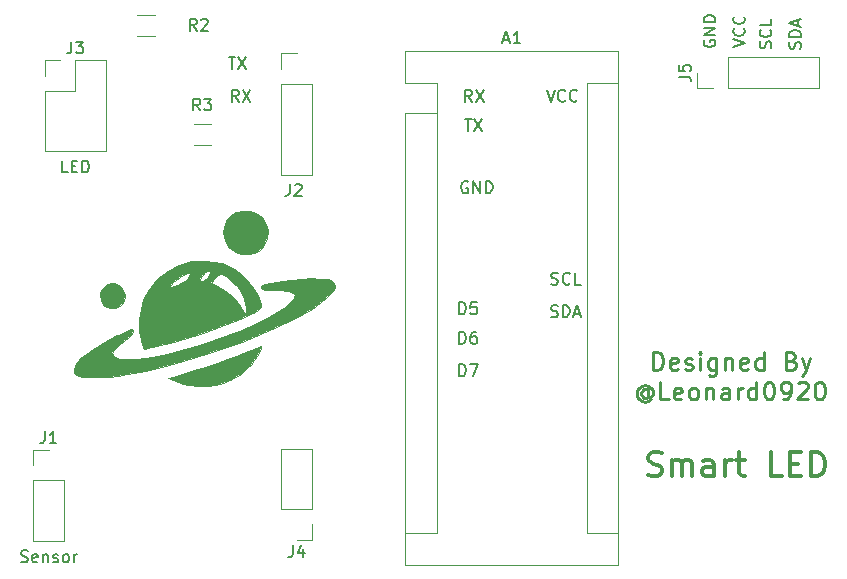
<source format=gto>
%TF.GenerationSoftware,KiCad,Pcbnew,(5.1.9)-1*%
%TF.CreationDate,2021-01-22T19:23:28+08:00*%
%TF.ProjectId,SmartLight,536d6172-744c-4696-9768-742e6b696361,rev?*%
%TF.SameCoordinates,Original*%
%TF.FileFunction,Legend,Top*%
%TF.FilePolarity,Positive*%
%FSLAX46Y46*%
G04 Gerber Fmt 4.6, Leading zero omitted, Abs format (unit mm)*
G04 Created by KiCad (PCBNEW (5.1.9)-1) date 2021-01-22 19:23:28*
%MOMM*%
%LPD*%
G01*
G04 APERTURE LIST*
%ADD10C,0.150000*%
%ADD11C,0.300000*%
%ADD12C,0.250000*%
%ADD13C,0.010000*%
%ADD14C,0.120000*%
G04 APERTURE END LIST*
D10*
X93666666Y-106154761D02*
X93809523Y-106202380D01*
X94047619Y-106202380D01*
X94142857Y-106154761D01*
X94190476Y-106107142D01*
X94238095Y-106011904D01*
X94238095Y-105916666D01*
X94190476Y-105821428D01*
X94142857Y-105773809D01*
X94047619Y-105726190D01*
X93857142Y-105678571D01*
X93761904Y-105630952D01*
X93714285Y-105583333D01*
X93666666Y-105488095D01*
X93666666Y-105392857D01*
X93714285Y-105297619D01*
X93761904Y-105250000D01*
X93857142Y-105202380D01*
X94095238Y-105202380D01*
X94238095Y-105250000D01*
X95047619Y-106154761D02*
X94952380Y-106202380D01*
X94761904Y-106202380D01*
X94666666Y-106154761D01*
X94619047Y-106059523D01*
X94619047Y-105678571D01*
X94666666Y-105583333D01*
X94761904Y-105535714D01*
X94952380Y-105535714D01*
X95047619Y-105583333D01*
X95095238Y-105678571D01*
X95095238Y-105773809D01*
X94619047Y-105869047D01*
X95523809Y-105535714D02*
X95523809Y-106202380D01*
X95523809Y-105630952D02*
X95571428Y-105583333D01*
X95666666Y-105535714D01*
X95809523Y-105535714D01*
X95904761Y-105583333D01*
X95952380Y-105678571D01*
X95952380Y-106202380D01*
X96380952Y-106154761D02*
X96476190Y-106202380D01*
X96666666Y-106202380D01*
X96761904Y-106154761D01*
X96809523Y-106059523D01*
X96809523Y-106011904D01*
X96761904Y-105916666D01*
X96666666Y-105869047D01*
X96523809Y-105869047D01*
X96428571Y-105821428D01*
X96380952Y-105726190D01*
X96380952Y-105678571D01*
X96428571Y-105583333D01*
X96523809Y-105535714D01*
X96666666Y-105535714D01*
X96761904Y-105583333D01*
X97380952Y-106202380D02*
X97285714Y-106154761D01*
X97238095Y-106107142D01*
X97190476Y-106011904D01*
X97190476Y-105726190D01*
X97238095Y-105630952D01*
X97285714Y-105583333D01*
X97380952Y-105535714D01*
X97523809Y-105535714D01*
X97619047Y-105583333D01*
X97666666Y-105630952D01*
X97714285Y-105726190D01*
X97714285Y-106011904D01*
X97666666Y-106107142D01*
X97619047Y-106154761D01*
X97523809Y-106202380D01*
X97380952Y-106202380D01*
X98142857Y-106202380D02*
X98142857Y-105535714D01*
X98142857Y-105726190D02*
X98190476Y-105630952D01*
X98238095Y-105583333D01*
X98333333Y-105535714D01*
X98428571Y-105535714D01*
X97607142Y-73202380D02*
X97130952Y-73202380D01*
X97130952Y-72202380D01*
X97940476Y-72678571D02*
X98273809Y-72678571D01*
X98416666Y-73202380D02*
X97940476Y-73202380D01*
X97940476Y-72202380D01*
X98416666Y-72202380D01*
X98845238Y-73202380D02*
X98845238Y-72202380D01*
X99083333Y-72202380D01*
X99226190Y-72250000D01*
X99321428Y-72345238D01*
X99369047Y-72440476D01*
X99416666Y-72630952D01*
X99416666Y-72773809D01*
X99369047Y-72964285D01*
X99321428Y-73059523D01*
X99226190Y-73154761D01*
X99083333Y-73202380D01*
X98845238Y-73202380D01*
X151500000Y-62011904D02*
X151452380Y-62107142D01*
X151452380Y-62250000D01*
X151500000Y-62392857D01*
X151595238Y-62488095D01*
X151690476Y-62535714D01*
X151880952Y-62583333D01*
X152023809Y-62583333D01*
X152214285Y-62535714D01*
X152309523Y-62488095D01*
X152404761Y-62392857D01*
X152452380Y-62250000D01*
X152452380Y-62154761D01*
X152404761Y-62011904D01*
X152357142Y-61964285D01*
X152023809Y-61964285D01*
X152023809Y-62154761D01*
X152452380Y-61535714D02*
X151452380Y-61535714D01*
X152452380Y-60964285D01*
X151452380Y-60964285D01*
X152452380Y-60488095D02*
X151452380Y-60488095D01*
X151452380Y-60250000D01*
X151500000Y-60107142D01*
X151595238Y-60011904D01*
X151690476Y-59964285D01*
X151880952Y-59916666D01*
X152023809Y-59916666D01*
X152214285Y-59964285D01*
X152309523Y-60011904D01*
X152404761Y-60107142D01*
X152452380Y-60250000D01*
X152452380Y-60488095D01*
X153952380Y-62583333D02*
X154952380Y-62250000D01*
X153952380Y-61916666D01*
X154857142Y-61011904D02*
X154904761Y-61059523D01*
X154952380Y-61202380D01*
X154952380Y-61297619D01*
X154904761Y-61440476D01*
X154809523Y-61535714D01*
X154714285Y-61583333D01*
X154523809Y-61630952D01*
X154380952Y-61630952D01*
X154190476Y-61583333D01*
X154095238Y-61535714D01*
X154000000Y-61440476D01*
X153952380Y-61297619D01*
X153952380Y-61202380D01*
X154000000Y-61059523D01*
X154047619Y-61011904D01*
X154857142Y-60011904D02*
X154904761Y-60059523D01*
X154952380Y-60202380D01*
X154952380Y-60297619D01*
X154904761Y-60440476D01*
X154809523Y-60535714D01*
X154714285Y-60583333D01*
X154523809Y-60630952D01*
X154380952Y-60630952D01*
X154190476Y-60583333D01*
X154095238Y-60535714D01*
X154000000Y-60440476D01*
X153952380Y-60297619D01*
X153952380Y-60202380D01*
X154000000Y-60059523D01*
X154047619Y-60011904D01*
X138166666Y-66202380D02*
X138500000Y-67202380D01*
X138833333Y-66202380D01*
X139738095Y-67107142D02*
X139690476Y-67154761D01*
X139547619Y-67202380D01*
X139452380Y-67202380D01*
X139309523Y-67154761D01*
X139214285Y-67059523D01*
X139166666Y-66964285D01*
X139119047Y-66773809D01*
X139119047Y-66630952D01*
X139166666Y-66440476D01*
X139214285Y-66345238D01*
X139309523Y-66250000D01*
X139452380Y-66202380D01*
X139547619Y-66202380D01*
X139690476Y-66250000D01*
X139738095Y-66297619D01*
X140738095Y-67107142D02*
X140690476Y-67154761D01*
X140547619Y-67202380D01*
X140452380Y-67202380D01*
X140309523Y-67154761D01*
X140214285Y-67059523D01*
X140166666Y-66964285D01*
X140119047Y-66773809D01*
X140119047Y-66630952D01*
X140166666Y-66440476D01*
X140214285Y-66345238D01*
X140309523Y-66250000D01*
X140452380Y-66202380D01*
X140547619Y-66202380D01*
X140690476Y-66250000D01*
X140738095Y-66297619D01*
X159654761Y-62714285D02*
X159702380Y-62571428D01*
X159702380Y-62333333D01*
X159654761Y-62238095D01*
X159607142Y-62190476D01*
X159511904Y-62142857D01*
X159416666Y-62142857D01*
X159321428Y-62190476D01*
X159273809Y-62238095D01*
X159226190Y-62333333D01*
X159178571Y-62523809D01*
X159130952Y-62619047D01*
X159083333Y-62666666D01*
X158988095Y-62714285D01*
X158892857Y-62714285D01*
X158797619Y-62666666D01*
X158750000Y-62619047D01*
X158702380Y-62523809D01*
X158702380Y-62285714D01*
X158750000Y-62142857D01*
X159702380Y-61714285D02*
X158702380Y-61714285D01*
X158702380Y-61476190D01*
X158750000Y-61333333D01*
X158845238Y-61238095D01*
X158940476Y-61190476D01*
X159130952Y-61142857D01*
X159273809Y-61142857D01*
X159464285Y-61190476D01*
X159559523Y-61238095D01*
X159654761Y-61333333D01*
X159702380Y-61476190D01*
X159702380Y-61714285D01*
X159416666Y-60761904D02*
X159416666Y-60285714D01*
X159702380Y-60857142D02*
X158702380Y-60523809D01*
X159702380Y-60190476D01*
X157154761Y-62690476D02*
X157202380Y-62547619D01*
X157202380Y-62309523D01*
X157154761Y-62214285D01*
X157107142Y-62166666D01*
X157011904Y-62119047D01*
X156916666Y-62119047D01*
X156821428Y-62166666D01*
X156773809Y-62214285D01*
X156726190Y-62309523D01*
X156678571Y-62500000D01*
X156630952Y-62595238D01*
X156583333Y-62642857D01*
X156488095Y-62690476D01*
X156392857Y-62690476D01*
X156297619Y-62642857D01*
X156250000Y-62595238D01*
X156202380Y-62500000D01*
X156202380Y-62261904D01*
X156250000Y-62119047D01*
X157107142Y-61119047D02*
X157154761Y-61166666D01*
X157202380Y-61309523D01*
X157202380Y-61404761D01*
X157154761Y-61547619D01*
X157059523Y-61642857D01*
X156964285Y-61690476D01*
X156773809Y-61738095D01*
X156630952Y-61738095D01*
X156440476Y-61690476D01*
X156345238Y-61642857D01*
X156250000Y-61547619D01*
X156202380Y-61404761D01*
X156202380Y-61309523D01*
X156250000Y-61166666D01*
X156297619Y-61119047D01*
X157202380Y-60214285D02*
X157202380Y-60690476D01*
X156202380Y-60690476D01*
X112083333Y-67202380D02*
X111750000Y-66726190D01*
X111511904Y-67202380D02*
X111511904Y-66202380D01*
X111892857Y-66202380D01*
X111988095Y-66250000D01*
X112035714Y-66297619D01*
X112083333Y-66392857D01*
X112083333Y-66535714D01*
X112035714Y-66630952D01*
X111988095Y-66678571D01*
X111892857Y-66726190D01*
X111511904Y-66726190D01*
X112416666Y-66202380D02*
X113083333Y-67202380D01*
X113083333Y-66202380D02*
X112416666Y-67202380D01*
X111238095Y-63452380D02*
X111809523Y-63452380D01*
X111523809Y-64452380D02*
X111523809Y-63452380D01*
X112047619Y-63452380D02*
X112714285Y-64452380D01*
X112714285Y-63452380D02*
X112047619Y-64452380D01*
X130761904Y-90452380D02*
X130761904Y-89452380D01*
X131000000Y-89452380D01*
X131142857Y-89500000D01*
X131238095Y-89595238D01*
X131285714Y-89690476D01*
X131333333Y-89880952D01*
X131333333Y-90023809D01*
X131285714Y-90214285D01*
X131238095Y-90309523D01*
X131142857Y-90404761D01*
X131000000Y-90452380D01*
X130761904Y-90452380D01*
X131666666Y-89452380D02*
X132333333Y-89452380D01*
X131904761Y-90452380D01*
X130761904Y-87702380D02*
X130761904Y-86702380D01*
X131000000Y-86702380D01*
X131142857Y-86750000D01*
X131238095Y-86845238D01*
X131285714Y-86940476D01*
X131333333Y-87130952D01*
X131333333Y-87273809D01*
X131285714Y-87464285D01*
X131238095Y-87559523D01*
X131142857Y-87654761D01*
X131000000Y-87702380D01*
X130761904Y-87702380D01*
X132190476Y-86702380D02*
X132000000Y-86702380D01*
X131904761Y-86750000D01*
X131857142Y-86797619D01*
X131761904Y-86940476D01*
X131714285Y-87130952D01*
X131714285Y-87511904D01*
X131761904Y-87607142D01*
X131809523Y-87654761D01*
X131904761Y-87702380D01*
X132095238Y-87702380D01*
X132190476Y-87654761D01*
X132238095Y-87607142D01*
X132285714Y-87511904D01*
X132285714Y-87273809D01*
X132238095Y-87178571D01*
X132190476Y-87130952D01*
X132095238Y-87083333D01*
X131904761Y-87083333D01*
X131809523Y-87130952D01*
X131761904Y-87178571D01*
X131714285Y-87273809D01*
X130761904Y-85202380D02*
X130761904Y-84202380D01*
X131000000Y-84202380D01*
X131142857Y-84250000D01*
X131238095Y-84345238D01*
X131285714Y-84440476D01*
X131333333Y-84630952D01*
X131333333Y-84773809D01*
X131285714Y-84964285D01*
X131238095Y-85059523D01*
X131142857Y-85154761D01*
X131000000Y-85202380D01*
X130761904Y-85202380D01*
X132238095Y-84202380D02*
X131761904Y-84202380D01*
X131714285Y-84678571D01*
X131761904Y-84630952D01*
X131857142Y-84583333D01*
X132095238Y-84583333D01*
X132190476Y-84630952D01*
X132238095Y-84678571D01*
X132285714Y-84773809D01*
X132285714Y-85011904D01*
X132238095Y-85107142D01*
X132190476Y-85154761D01*
X132095238Y-85202380D01*
X131857142Y-85202380D01*
X131761904Y-85154761D01*
X131714285Y-85107142D01*
X138535714Y-85404761D02*
X138678571Y-85452380D01*
X138916666Y-85452380D01*
X139011904Y-85404761D01*
X139059523Y-85357142D01*
X139107142Y-85261904D01*
X139107142Y-85166666D01*
X139059523Y-85071428D01*
X139011904Y-85023809D01*
X138916666Y-84976190D01*
X138726190Y-84928571D01*
X138630952Y-84880952D01*
X138583333Y-84833333D01*
X138535714Y-84738095D01*
X138535714Y-84642857D01*
X138583333Y-84547619D01*
X138630952Y-84500000D01*
X138726190Y-84452380D01*
X138964285Y-84452380D01*
X139107142Y-84500000D01*
X139535714Y-85452380D02*
X139535714Y-84452380D01*
X139773809Y-84452380D01*
X139916666Y-84500000D01*
X140011904Y-84595238D01*
X140059523Y-84690476D01*
X140107142Y-84880952D01*
X140107142Y-85023809D01*
X140059523Y-85214285D01*
X140011904Y-85309523D01*
X139916666Y-85404761D01*
X139773809Y-85452380D01*
X139535714Y-85452380D01*
X140488095Y-85166666D02*
X140964285Y-85166666D01*
X140392857Y-85452380D02*
X140726190Y-84452380D01*
X141059523Y-85452380D01*
X138559523Y-82654761D02*
X138702380Y-82702380D01*
X138940476Y-82702380D01*
X139035714Y-82654761D01*
X139083333Y-82607142D01*
X139130952Y-82511904D01*
X139130952Y-82416666D01*
X139083333Y-82321428D01*
X139035714Y-82273809D01*
X138940476Y-82226190D01*
X138750000Y-82178571D01*
X138654761Y-82130952D01*
X138607142Y-82083333D01*
X138559523Y-81988095D01*
X138559523Y-81892857D01*
X138607142Y-81797619D01*
X138654761Y-81750000D01*
X138750000Y-81702380D01*
X138988095Y-81702380D01*
X139130952Y-81750000D01*
X140130952Y-82607142D02*
X140083333Y-82654761D01*
X139940476Y-82702380D01*
X139845238Y-82702380D01*
X139702380Y-82654761D01*
X139607142Y-82559523D01*
X139559523Y-82464285D01*
X139511904Y-82273809D01*
X139511904Y-82130952D01*
X139559523Y-81940476D01*
X139607142Y-81845238D01*
X139702380Y-81750000D01*
X139845238Y-81702380D01*
X139940476Y-81702380D01*
X140083333Y-81750000D01*
X140130952Y-81797619D01*
X141035714Y-82702380D02*
X140559523Y-82702380D01*
X140559523Y-81702380D01*
X131488095Y-74000000D02*
X131392857Y-73952380D01*
X131250000Y-73952380D01*
X131107142Y-74000000D01*
X131011904Y-74095238D01*
X130964285Y-74190476D01*
X130916666Y-74380952D01*
X130916666Y-74523809D01*
X130964285Y-74714285D01*
X131011904Y-74809523D01*
X131107142Y-74904761D01*
X131250000Y-74952380D01*
X131345238Y-74952380D01*
X131488095Y-74904761D01*
X131535714Y-74857142D01*
X131535714Y-74523809D01*
X131345238Y-74523809D01*
X131964285Y-74952380D02*
X131964285Y-73952380D01*
X132535714Y-74952380D01*
X132535714Y-73952380D01*
X133011904Y-74952380D02*
X133011904Y-73952380D01*
X133250000Y-73952380D01*
X133392857Y-74000000D01*
X133488095Y-74095238D01*
X133535714Y-74190476D01*
X133583333Y-74380952D01*
X133583333Y-74523809D01*
X133535714Y-74714285D01*
X133488095Y-74809523D01*
X133392857Y-74904761D01*
X133250000Y-74952380D01*
X133011904Y-74952380D01*
X131238095Y-68702380D02*
X131809523Y-68702380D01*
X131523809Y-69702380D02*
X131523809Y-68702380D01*
X132047619Y-68702380D02*
X132714285Y-69702380D01*
X132714285Y-68702380D02*
X132047619Y-69702380D01*
X131833333Y-67202380D02*
X131500000Y-66726190D01*
X131261904Y-67202380D02*
X131261904Y-66202380D01*
X131642857Y-66202380D01*
X131738095Y-66250000D01*
X131785714Y-66297619D01*
X131833333Y-66392857D01*
X131833333Y-66535714D01*
X131785714Y-66630952D01*
X131738095Y-66678571D01*
X131642857Y-66726190D01*
X131261904Y-66726190D01*
X132166666Y-66202380D02*
X132833333Y-67202380D01*
X132833333Y-66202380D02*
X132166666Y-67202380D01*
D11*
X146773809Y-98809523D02*
X147059523Y-98904761D01*
X147535714Y-98904761D01*
X147726190Y-98809523D01*
X147821428Y-98714285D01*
X147916666Y-98523809D01*
X147916666Y-98333333D01*
X147821428Y-98142857D01*
X147726190Y-98047619D01*
X147535714Y-97952380D01*
X147154761Y-97857142D01*
X146964285Y-97761904D01*
X146869047Y-97666666D01*
X146773809Y-97476190D01*
X146773809Y-97285714D01*
X146869047Y-97095238D01*
X146964285Y-97000000D01*
X147154761Y-96904761D01*
X147630952Y-96904761D01*
X147916666Y-97000000D01*
X148773809Y-98904761D02*
X148773809Y-97571428D01*
X148773809Y-97761904D02*
X148869047Y-97666666D01*
X149059523Y-97571428D01*
X149345238Y-97571428D01*
X149535714Y-97666666D01*
X149630952Y-97857142D01*
X149630952Y-98904761D01*
X149630952Y-97857142D02*
X149726190Y-97666666D01*
X149916666Y-97571428D01*
X150202380Y-97571428D01*
X150392857Y-97666666D01*
X150488095Y-97857142D01*
X150488095Y-98904761D01*
X152297619Y-98904761D02*
X152297619Y-97857142D01*
X152202380Y-97666666D01*
X152011904Y-97571428D01*
X151630952Y-97571428D01*
X151440476Y-97666666D01*
X152297619Y-98809523D02*
X152107142Y-98904761D01*
X151630952Y-98904761D01*
X151440476Y-98809523D01*
X151345238Y-98619047D01*
X151345238Y-98428571D01*
X151440476Y-98238095D01*
X151630952Y-98142857D01*
X152107142Y-98142857D01*
X152297619Y-98047619D01*
X153250000Y-98904761D02*
X153250000Y-97571428D01*
X153250000Y-97952380D02*
X153345238Y-97761904D01*
X153440476Y-97666666D01*
X153630952Y-97571428D01*
X153821428Y-97571428D01*
X154202380Y-97571428D02*
X154964285Y-97571428D01*
X154488095Y-96904761D02*
X154488095Y-98619047D01*
X154583333Y-98809523D01*
X154773809Y-98904761D01*
X154964285Y-98904761D01*
X158107142Y-98904761D02*
X157154761Y-98904761D01*
X157154761Y-96904761D01*
X158773809Y-97857142D02*
X159440476Y-97857142D01*
X159726190Y-98904761D02*
X158773809Y-98904761D01*
X158773809Y-96904761D01*
X159726190Y-96904761D01*
X160583333Y-98904761D02*
X160583333Y-96904761D01*
X161059523Y-96904761D01*
X161345238Y-97000000D01*
X161535714Y-97190476D01*
X161630952Y-97380952D01*
X161726190Y-97761904D01*
X161726190Y-98047619D01*
X161630952Y-98428571D01*
X161535714Y-98619047D01*
X161345238Y-98809523D01*
X161059523Y-98904761D01*
X160583333Y-98904761D01*
D12*
X147178571Y-89928571D02*
X147178571Y-88428571D01*
X147535714Y-88428571D01*
X147750000Y-88500000D01*
X147892857Y-88642857D01*
X147964285Y-88785714D01*
X148035714Y-89071428D01*
X148035714Y-89285714D01*
X147964285Y-89571428D01*
X147892857Y-89714285D01*
X147750000Y-89857142D01*
X147535714Y-89928571D01*
X147178571Y-89928571D01*
X149250000Y-89857142D02*
X149107142Y-89928571D01*
X148821428Y-89928571D01*
X148678571Y-89857142D01*
X148607142Y-89714285D01*
X148607142Y-89142857D01*
X148678571Y-89000000D01*
X148821428Y-88928571D01*
X149107142Y-88928571D01*
X149250000Y-89000000D01*
X149321428Y-89142857D01*
X149321428Y-89285714D01*
X148607142Y-89428571D01*
X149892857Y-89857142D02*
X150035714Y-89928571D01*
X150321428Y-89928571D01*
X150464285Y-89857142D01*
X150535714Y-89714285D01*
X150535714Y-89642857D01*
X150464285Y-89500000D01*
X150321428Y-89428571D01*
X150107142Y-89428571D01*
X149964285Y-89357142D01*
X149892857Y-89214285D01*
X149892857Y-89142857D01*
X149964285Y-89000000D01*
X150107142Y-88928571D01*
X150321428Y-88928571D01*
X150464285Y-89000000D01*
X151178571Y-89928571D02*
X151178571Y-88928571D01*
X151178571Y-88428571D02*
X151107142Y-88500000D01*
X151178571Y-88571428D01*
X151250000Y-88500000D01*
X151178571Y-88428571D01*
X151178571Y-88571428D01*
X152535714Y-88928571D02*
X152535714Y-90142857D01*
X152464285Y-90285714D01*
X152392857Y-90357142D01*
X152250000Y-90428571D01*
X152035714Y-90428571D01*
X151892857Y-90357142D01*
X152535714Y-89857142D02*
X152392857Y-89928571D01*
X152107142Y-89928571D01*
X151964285Y-89857142D01*
X151892857Y-89785714D01*
X151821428Y-89642857D01*
X151821428Y-89214285D01*
X151892857Y-89071428D01*
X151964285Y-89000000D01*
X152107142Y-88928571D01*
X152392857Y-88928571D01*
X152535714Y-89000000D01*
X153250000Y-88928571D02*
X153250000Y-89928571D01*
X153250000Y-89071428D02*
X153321428Y-89000000D01*
X153464285Y-88928571D01*
X153678571Y-88928571D01*
X153821428Y-89000000D01*
X153892857Y-89142857D01*
X153892857Y-89928571D01*
X155178571Y-89857142D02*
X155035714Y-89928571D01*
X154750000Y-89928571D01*
X154607142Y-89857142D01*
X154535714Y-89714285D01*
X154535714Y-89142857D01*
X154607142Y-89000000D01*
X154750000Y-88928571D01*
X155035714Y-88928571D01*
X155178571Y-89000000D01*
X155250000Y-89142857D01*
X155250000Y-89285714D01*
X154535714Y-89428571D01*
X156535714Y-89928571D02*
X156535714Y-88428571D01*
X156535714Y-89857142D02*
X156392857Y-89928571D01*
X156107142Y-89928571D01*
X155964285Y-89857142D01*
X155892857Y-89785714D01*
X155821428Y-89642857D01*
X155821428Y-89214285D01*
X155892857Y-89071428D01*
X155964285Y-89000000D01*
X156107142Y-88928571D01*
X156392857Y-88928571D01*
X156535714Y-89000000D01*
X158892857Y-89142857D02*
X159107142Y-89214285D01*
X159178571Y-89285714D01*
X159250000Y-89428571D01*
X159250000Y-89642857D01*
X159178571Y-89785714D01*
X159107142Y-89857142D01*
X158964285Y-89928571D01*
X158392857Y-89928571D01*
X158392857Y-88428571D01*
X158892857Y-88428571D01*
X159035714Y-88500000D01*
X159107142Y-88571428D01*
X159178571Y-88714285D01*
X159178571Y-88857142D01*
X159107142Y-89000000D01*
X159035714Y-89071428D01*
X158892857Y-89142857D01*
X158392857Y-89142857D01*
X159750000Y-88928571D02*
X160107142Y-89928571D01*
X160464285Y-88928571D02*
X160107142Y-89928571D01*
X159964285Y-90285714D01*
X159892857Y-90357142D01*
X159750000Y-90428571D01*
X146785714Y-91714285D02*
X146714285Y-91642857D01*
X146571428Y-91571428D01*
X146428571Y-91571428D01*
X146285714Y-91642857D01*
X146214285Y-91714285D01*
X146142857Y-91857142D01*
X146142857Y-92000000D01*
X146214285Y-92142857D01*
X146285714Y-92214285D01*
X146428571Y-92285714D01*
X146571428Y-92285714D01*
X146714285Y-92214285D01*
X146785714Y-92142857D01*
X146785714Y-91571428D02*
X146785714Y-92142857D01*
X146857142Y-92214285D01*
X146928571Y-92214285D01*
X147071428Y-92142857D01*
X147142857Y-92000000D01*
X147142857Y-91642857D01*
X147000000Y-91428571D01*
X146785714Y-91285714D01*
X146500000Y-91214285D01*
X146214285Y-91285714D01*
X146000000Y-91428571D01*
X145857142Y-91642857D01*
X145785714Y-91928571D01*
X145857142Y-92214285D01*
X146000000Y-92428571D01*
X146214285Y-92571428D01*
X146500000Y-92642857D01*
X146785714Y-92571428D01*
X147000000Y-92428571D01*
X148500000Y-92428571D02*
X147785714Y-92428571D01*
X147785714Y-90928571D01*
X149571428Y-92357142D02*
X149428571Y-92428571D01*
X149142857Y-92428571D01*
X149000000Y-92357142D01*
X148928571Y-92214285D01*
X148928571Y-91642857D01*
X149000000Y-91500000D01*
X149142857Y-91428571D01*
X149428571Y-91428571D01*
X149571428Y-91500000D01*
X149642857Y-91642857D01*
X149642857Y-91785714D01*
X148928571Y-91928571D01*
X150500000Y-92428571D02*
X150357142Y-92357142D01*
X150285714Y-92285714D01*
X150214285Y-92142857D01*
X150214285Y-91714285D01*
X150285714Y-91571428D01*
X150357142Y-91500000D01*
X150500000Y-91428571D01*
X150714285Y-91428571D01*
X150857142Y-91500000D01*
X150928571Y-91571428D01*
X151000000Y-91714285D01*
X151000000Y-92142857D01*
X150928571Y-92285714D01*
X150857142Y-92357142D01*
X150714285Y-92428571D01*
X150500000Y-92428571D01*
X151642857Y-91428571D02*
X151642857Y-92428571D01*
X151642857Y-91571428D02*
X151714285Y-91500000D01*
X151857142Y-91428571D01*
X152071428Y-91428571D01*
X152214285Y-91500000D01*
X152285714Y-91642857D01*
X152285714Y-92428571D01*
X153642857Y-92428571D02*
X153642857Y-91642857D01*
X153571428Y-91500000D01*
X153428571Y-91428571D01*
X153142857Y-91428571D01*
X153000000Y-91500000D01*
X153642857Y-92357142D02*
X153500000Y-92428571D01*
X153142857Y-92428571D01*
X153000000Y-92357142D01*
X152928571Y-92214285D01*
X152928571Y-92071428D01*
X153000000Y-91928571D01*
X153142857Y-91857142D01*
X153500000Y-91857142D01*
X153642857Y-91785714D01*
X154357142Y-92428571D02*
X154357142Y-91428571D01*
X154357142Y-91714285D02*
X154428571Y-91571428D01*
X154500000Y-91500000D01*
X154642857Y-91428571D01*
X154785714Y-91428571D01*
X155928571Y-92428571D02*
X155928571Y-90928571D01*
X155928571Y-92357142D02*
X155785714Y-92428571D01*
X155500000Y-92428571D01*
X155357142Y-92357142D01*
X155285714Y-92285714D01*
X155214285Y-92142857D01*
X155214285Y-91714285D01*
X155285714Y-91571428D01*
X155357142Y-91500000D01*
X155500000Y-91428571D01*
X155785714Y-91428571D01*
X155928571Y-91500000D01*
X156928571Y-90928571D02*
X157071428Y-90928571D01*
X157214285Y-91000000D01*
X157285714Y-91071428D01*
X157357142Y-91214285D01*
X157428571Y-91500000D01*
X157428571Y-91857142D01*
X157357142Y-92142857D01*
X157285714Y-92285714D01*
X157214285Y-92357142D01*
X157071428Y-92428571D01*
X156928571Y-92428571D01*
X156785714Y-92357142D01*
X156714285Y-92285714D01*
X156642857Y-92142857D01*
X156571428Y-91857142D01*
X156571428Y-91500000D01*
X156642857Y-91214285D01*
X156714285Y-91071428D01*
X156785714Y-91000000D01*
X156928571Y-90928571D01*
X158142857Y-92428571D02*
X158428571Y-92428571D01*
X158571428Y-92357142D01*
X158642857Y-92285714D01*
X158785714Y-92071428D01*
X158857142Y-91785714D01*
X158857142Y-91214285D01*
X158785714Y-91071428D01*
X158714285Y-91000000D01*
X158571428Y-90928571D01*
X158285714Y-90928571D01*
X158142857Y-91000000D01*
X158071428Y-91071428D01*
X158000000Y-91214285D01*
X158000000Y-91571428D01*
X158071428Y-91714285D01*
X158142857Y-91785714D01*
X158285714Y-91857142D01*
X158571428Y-91857142D01*
X158714285Y-91785714D01*
X158785714Y-91714285D01*
X158857142Y-91571428D01*
X159428571Y-91071428D02*
X159500000Y-91000000D01*
X159642857Y-90928571D01*
X160000000Y-90928571D01*
X160142857Y-91000000D01*
X160214285Y-91071428D01*
X160285714Y-91214285D01*
X160285714Y-91357142D01*
X160214285Y-91571428D01*
X159357142Y-92428571D01*
X160285714Y-92428571D01*
X161214285Y-90928571D02*
X161357142Y-90928571D01*
X161500000Y-91000000D01*
X161571428Y-91071428D01*
X161642857Y-91214285D01*
X161714285Y-91500000D01*
X161714285Y-91857142D01*
X161642857Y-92142857D01*
X161571428Y-92285714D01*
X161500000Y-92357142D01*
X161357142Y-92428571D01*
X161214285Y-92428571D01*
X161071428Y-92357142D01*
X161000000Y-92285714D01*
X160928571Y-92142857D01*
X160857142Y-91857142D01*
X160857142Y-91500000D01*
X160928571Y-91214285D01*
X161000000Y-91071428D01*
X161071428Y-91000000D01*
X161214285Y-90928571D01*
D13*
%TO.C,G\u002A\u002A\u002A*%
G36*
X113569391Y-76599759D02*
G01*
X114036821Y-76936943D01*
X114344516Y-77384432D01*
X114543188Y-78069644D01*
X114493955Y-78738238D01*
X114202626Y-79361533D01*
X113865827Y-79748021D01*
X113438434Y-79996086D01*
X112883252Y-80116322D01*
X112295346Y-80102765D01*
X111769782Y-79949455D01*
X111656110Y-79886615D01*
X111225932Y-79480100D01*
X110926174Y-78924880D01*
X110794888Y-78308858D01*
X110813793Y-77940746D01*
X111022635Y-77355300D01*
X111396872Y-76904356D01*
X111887584Y-76595622D01*
X112445854Y-76436806D01*
X113022762Y-76435615D01*
X113569391Y-76599759D01*
G37*
X113569391Y-76599759D02*
X114036821Y-76936943D01*
X114344516Y-77384432D01*
X114543188Y-78069644D01*
X114493955Y-78738238D01*
X114202626Y-79361533D01*
X113865827Y-79748021D01*
X113438434Y-79996086D01*
X112883252Y-80116322D01*
X112295346Y-80102765D01*
X111769782Y-79949455D01*
X111656110Y-79886615D01*
X111225932Y-79480100D01*
X110926174Y-78924880D01*
X110794888Y-78308858D01*
X110813793Y-77940746D01*
X111022635Y-77355300D01*
X111396872Y-76904356D01*
X111887584Y-76595622D01*
X112445854Y-76436806D01*
X113022762Y-76435615D01*
X113569391Y-76599759D01*
G36*
X101805836Y-82659628D02*
G01*
X102132158Y-82935986D01*
X102383204Y-83300285D01*
X102488793Y-83673738D01*
X102489000Y-83689003D01*
X102379240Y-84128725D01*
X102093191Y-84463628D01*
X101695697Y-84668708D01*
X101251605Y-84718958D01*
X100825759Y-84589375D01*
X100606137Y-84415064D01*
X100401054Y-84047141D01*
X100334135Y-83597253D01*
X100414949Y-83180901D01*
X100492789Y-83046994D01*
X100845758Y-82746884D01*
X101290659Y-82570036D01*
X101474420Y-82550000D01*
X101805836Y-82659628D01*
G37*
X101805836Y-82659628D02*
X102132158Y-82935986D01*
X102383204Y-83300285D01*
X102488793Y-83673738D01*
X102489000Y-83689003D01*
X102379240Y-84128725D01*
X102093191Y-84463628D01*
X101695697Y-84668708D01*
X101251605Y-84718958D01*
X100825759Y-84589375D01*
X100606137Y-84415064D01*
X100401054Y-84047141D01*
X100334135Y-83597253D01*
X100414949Y-83180901D01*
X100492789Y-83046994D01*
X100845758Y-82746884D01*
X101290659Y-82570036D01*
X101474420Y-82550000D01*
X101805836Y-82659628D01*
G36*
X109326166Y-80675939D02*
G01*
X109990666Y-80756246D01*
X110650676Y-80898412D01*
X111034141Y-81019893D01*
X111827645Y-81440332D01*
X112573202Y-82049134D01*
X113218996Y-82787859D01*
X113713210Y-83598069D01*
X113988354Y-84351662D01*
X114012866Y-84561236D01*
X113931855Y-84716383D01*
X113696561Y-84876616D01*
X113454487Y-85003266D01*
X112227368Y-85575340D01*
X110819939Y-86150739D01*
X109304216Y-86703680D01*
X107752217Y-87208375D01*
X106235957Y-87639041D01*
X105749669Y-87761995D01*
X105155181Y-87905402D01*
X104651453Y-88023603D01*
X104289099Y-88104954D01*
X104118732Y-88137814D01*
X104114983Y-88138000D01*
X104031966Y-88026458D01*
X103913441Y-87737156D01*
X103810943Y-87418541D01*
X103669735Y-86597931D01*
X103668643Y-85670413D01*
X103801749Y-84736902D01*
X104009701Y-84030353D01*
X104518128Y-83044631D01*
X104661591Y-82871387D01*
X106234247Y-82871387D01*
X106290524Y-82903955D01*
X106322806Y-82894126D01*
X106583609Y-82811027D01*
X106950470Y-82704134D01*
X107021306Y-82684409D01*
X107206432Y-82587881D01*
X109743658Y-82587881D01*
X110466079Y-82930796D01*
X111089412Y-83311555D01*
X111678580Y-83820929D01*
X112157985Y-84385645D01*
X112403106Y-84808323D01*
X112574575Y-85123324D01*
X112693499Y-85195817D01*
X112749491Y-85033773D01*
X112732168Y-84645159D01*
X112722043Y-84563575D01*
X112494628Y-83698583D01*
X112049765Y-82939882D01*
X111375845Y-82270160D01*
X111001491Y-81997692D01*
X110633573Y-81817170D01*
X110343535Y-81856068D01*
X110067034Y-82127023D01*
X110021579Y-82190135D01*
X109743658Y-82587881D01*
X107206432Y-82587881D01*
X107535909Y-82416087D01*
X107566762Y-82382616D01*
X108783286Y-82382616D01*
X108886232Y-82438629D01*
X109081180Y-82382697D01*
X109308084Y-82228725D01*
X109465352Y-82054144D01*
X109666513Y-81748287D01*
X109709725Y-81591335D01*
X109599806Y-81537199D01*
X109519750Y-81534000D01*
X109252731Y-81649242D01*
X108955892Y-82001396D01*
X108832387Y-82200750D01*
X108783286Y-82382616D01*
X107566762Y-82382616D01*
X107792277Y-82137968D01*
X107963066Y-81838775D01*
X107943753Y-81702633D01*
X107731434Y-81727930D01*
X107356236Y-81895947D01*
X107084723Y-82064157D01*
X106794767Y-82286374D01*
X106528369Y-82522029D01*
X106327529Y-82730556D01*
X106234247Y-82871387D01*
X104661591Y-82871387D01*
X105216431Y-82201375D01*
X106071457Y-81521504D01*
X107050051Y-81025936D01*
X108119062Y-80735588D01*
X109245335Y-80671379D01*
X109326166Y-80675939D01*
G37*
X109326166Y-80675939D02*
X109990666Y-80756246D01*
X110650676Y-80898412D01*
X111034141Y-81019893D01*
X111827645Y-81440332D01*
X112573202Y-82049134D01*
X113218996Y-82787859D01*
X113713210Y-83598069D01*
X113988354Y-84351662D01*
X114012866Y-84561236D01*
X113931855Y-84716383D01*
X113696561Y-84876616D01*
X113454487Y-85003266D01*
X112227368Y-85575340D01*
X110819939Y-86150739D01*
X109304216Y-86703680D01*
X107752217Y-87208375D01*
X106235957Y-87639041D01*
X105749669Y-87761995D01*
X105155181Y-87905402D01*
X104651453Y-88023603D01*
X104289099Y-88104954D01*
X104118732Y-88137814D01*
X104114983Y-88138000D01*
X104031966Y-88026458D01*
X103913441Y-87737156D01*
X103810943Y-87418541D01*
X103669735Y-86597931D01*
X103668643Y-85670413D01*
X103801749Y-84736902D01*
X104009701Y-84030353D01*
X104518128Y-83044631D01*
X104661591Y-82871387D01*
X106234247Y-82871387D01*
X106290524Y-82903955D01*
X106322806Y-82894126D01*
X106583609Y-82811027D01*
X106950470Y-82704134D01*
X107021306Y-82684409D01*
X107206432Y-82587881D01*
X109743658Y-82587881D01*
X110466079Y-82930796D01*
X111089412Y-83311555D01*
X111678580Y-83820929D01*
X112157985Y-84385645D01*
X112403106Y-84808323D01*
X112574575Y-85123324D01*
X112693499Y-85195817D01*
X112749491Y-85033773D01*
X112732168Y-84645159D01*
X112722043Y-84563575D01*
X112494628Y-83698583D01*
X112049765Y-82939882D01*
X111375845Y-82270160D01*
X111001491Y-81997692D01*
X110633573Y-81817170D01*
X110343535Y-81856068D01*
X110067034Y-82127023D01*
X110021579Y-82190135D01*
X109743658Y-82587881D01*
X107206432Y-82587881D01*
X107535909Y-82416087D01*
X107566762Y-82382616D01*
X108783286Y-82382616D01*
X108886232Y-82438629D01*
X109081180Y-82382697D01*
X109308084Y-82228725D01*
X109465352Y-82054144D01*
X109666513Y-81748287D01*
X109709725Y-81591335D01*
X109599806Y-81537199D01*
X109519750Y-81534000D01*
X109252731Y-81649242D01*
X108955892Y-82001396D01*
X108832387Y-82200750D01*
X108783286Y-82382616D01*
X107566762Y-82382616D01*
X107792277Y-82137968D01*
X107963066Y-81838775D01*
X107943753Y-81702633D01*
X107731434Y-81727930D01*
X107356236Y-81895947D01*
X107084723Y-82064157D01*
X106794767Y-82286374D01*
X106528369Y-82522029D01*
X106327529Y-82730556D01*
X106234247Y-82871387D01*
X104661591Y-82871387D01*
X105216431Y-82201375D01*
X106071457Y-81521504D01*
X107050051Y-81025936D01*
X108119062Y-80735588D01*
X109245335Y-80671379D01*
X109326166Y-80675939D01*
G36*
X118991211Y-82185444D02*
G01*
X119543837Y-82237315D01*
X119888000Y-82332564D01*
X120176003Y-82575839D01*
X120231681Y-82890927D01*
X120064107Y-83270629D01*
X119682353Y-83707744D01*
X119095493Y-84195074D01*
X118312600Y-84725418D01*
X117342745Y-85291578D01*
X116195003Y-85886352D01*
X114878445Y-86502542D01*
X114329421Y-86743554D01*
X112396183Y-87527836D01*
X110353333Y-88265111D01*
X108266583Y-88935350D01*
X106201645Y-89518523D01*
X104224229Y-89994602D01*
X102660318Y-90300279D01*
X101842490Y-90416149D01*
X100999336Y-90493909D01*
X100187181Y-90532102D01*
X99462348Y-90529272D01*
X98881162Y-90483963D01*
X98531173Y-90407031D01*
X98256429Y-90252119D01*
X98119322Y-90091513D01*
X98128610Y-89810710D01*
X98292997Y-89444392D01*
X98573117Y-89070440D01*
X98698683Y-88945306D01*
X99083553Y-88641255D01*
X99643079Y-88262057D01*
X100322434Y-87841434D01*
X101066786Y-87413109D01*
X101821308Y-87010801D01*
X101949250Y-86946116D01*
X102474736Y-86685157D01*
X102814247Y-86528967D01*
X103008373Y-86467493D01*
X103097703Y-86490680D01*
X103122827Y-86588474D01*
X103124000Y-86655115D01*
X103050252Y-86885939D01*
X102806530Y-87147991D01*
X102433651Y-87428242D01*
X102035627Y-87729968D01*
X101699792Y-88032957D01*
X101526928Y-88233931D01*
X101389789Y-88475221D01*
X101414209Y-88627892D01*
X101596347Y-88795579D01*
X101977131Y-88962315D01*
X102560831Y-89030369D01*
X103319836Y-89007704D01*
X104226536Y-88902286D01*
X105253320Y-88722078D01*
X106372577Y-88475045D01*
X107556697Y-88169151D01*
X108778068Y-87812360D01*
X110009081Y-87412637D01*
X111222125Y-86977945D01*
X112389589Y-86516250D01*
X113483863Y-86035516D01*
X114477335Y-85543707D01*
X115342396Y-85048786D01*
X115907973Y-84667381D01*
X116451884Y-84223286D01*
X116758980Y-83863274D01*
X116827609Y-83583671D01*
X116656120Y-83380801D01*
X116242863Y-83250993D01*
X115586186Y-83190570D01*
X115241814Y-83185000D01*
X114664787Y-83176563D01*
X114295767Y-83146481D01*
X114089175Y-83087594D01*
X113999430Y-82992746D01*
X113998228Y-82989692D01*
X113969556Y-82889947D01*
X113995263Y-82812199D01*
X114111008Y-82744876D01*
X114352449Y-82676408D01*
X114755245Y-82595224D01*
X115355053Y-82489754D01*
X115741370Y-82424059D01*
X116611805Y-82299651D01*
X117476232Y-82217692D01*
X118285688Y-82179263D01*
X118991211Y-82185444D01*
G37*
X118991211Y-82185444D02*
X119543837Y-82237315D01*
X119888000Y-82332564D01*
X120176003Y-82575839D01*
X120231681Y-82890927D01*
X120064107Y-83270629D01*
X119682353Y-83707744D01*
X119095493Y-84195074D01*
X118312600Y-84725418D01*
X117342745Y-85291578D01*
X116195003Y-85886352D01*
X114878445Y-86502542D01*
X114329421Y-86743554D01*
X112396183Y-87527836D01*
X110353333Y-88265111D01*
X108266583Y-88935350D01*
X106201645Y-89518523D01*
X104224229Y-89994602D01*
X102660318Y-90300279D01*
X101842490Y-90416149D01*
X100999336Y-90493909D01*
X100187181Y-90532102D01*
X99462348Y-90529272D01*
X98881162Y-90483963D01*
X98531173Y-90407031D01*
X98256429Y-90252119D01*
X98119322Y-90091513D01*
X98128610Y-89810710D01*
X98292997Y-89444392D01*
X98573117Y-89070440D01*
X98698683Y-88945306D01*
X99083553Y-88641255D01*
X99643079Y-88262057D01*
X100322434Y-87841434D01*
X101066786Y-87413109D01*
X101821308Y-87010801D01*
X101949250Y-86946116D01*
X102474736Y-86685157D01*
X102814247Y-86528967D01*
X103008373Y-86467493D01*
X103097703Y-86490680D01*
X103122827Y-86588474D01*
X103124000Y-86655115D01*
X103050252Y-86885939D01*
X102806530Y-87147991D01*
X102433651Y-87428242D01*
X102035627Y-87729968D01*
X101699792Y-88032957D01*
X101526928Y-88233931D01*
X101389789Y-88475221D01*
X101414209Y-88627892D01*
X101596347Y-88795579D01*
X101977131Y-88962315D01*
X102560831Y-89030369D01*
X103319836Y-89007704D01*
X104226536Y-88902286D01*
X105253320Y-88722078D01*
X106372577Y-88475045D01*
X107556697Y-88169151D01*
X108778068Y-87812360D01*
X110009081Y-87412637D01*
X111222125Y-86977945D01*
X112389589Y-86516250D01*
X113483863Y-86035516D01*
X114477335Y-85543707D01*
X115342396Y-85048786D01*
X115907973Y-84667381D01*
X116451884Y-84223286D01*
X116758980Y-83863274D01*
X116827609Y-83583671D01*
X116656120Y-83380801D01*
X116242863Y-83250993D01*
X115586186Y-83190570D01*
X115241814Y-83185000D01*
X114664787Y-83176563D01*
X114295767Y-83146481D01*
X114089175Y-83087594D01*
X113999430Y-82992746D01*
X113998228Y-82989692D01*
X113969556Y-82889947D01*
X113995263Y-82812199D01*
X114111008Y-82744876D01*
X114352449Y-82676408D01*
X114755245Y-82595224D01*
X115355053Y-82489754D01*
X115741370Y-82424059D01*
X116611805Y-82299651D01*
X117476232Y-82217692D01*
X118285688Y-82179263D01*
X118991211Y-82185444D01*
G36*
X114020154Y-87942820D02*
G01*
X113997174Y-88081754D01*
X113858059Y-88364930D01*
X113638882Y-88733247D01*
X113375714Y-89127604D01*
X113104630Y-89488897D01*
X113001989Y-89610999D01*
X112268698Y-90279195D01*
X111378723Y-90820029D01*
X110785469Y-91066579D01*
X110167479Y-91211971D01*
X109412495Y-91291296D01*
X108619009Y-91302553D01*
X107885513Y-91243740D01*
X107378500Y-91135819D01*
X106946501Y-90979537D01*
X106546847Y-90804258D01*
X106496894Y-90778755D01*
X106123289Y-90581880D01*
X106560394Y-90488931D01*
X107108856Y-90351872D01*
X107836024Y-90140561D01*
X108684399Y-89874144D01*
X109596482Y-89571765D01*
X110514772Y-89252569D01*
X111381772Y-88935701D01*
X112139981Y-88640305D01*
X112258474Y-88591717D01*
X112865450Y-88345734D01*
X113385093Y-88145021D01*
X113774580Y-88005353D01*
X113991088Y-87942502D01*
X114020154Y-87942820D01*
G37*
X114020154Y-87942820D02*
X113997174Y-88081754D01*
X113858059Y-88364930D01*
X113638882Y-88733247D01*
X113375714Y-89127604D01*
X113104630Y-89488897D01*
X113001989Y-89610999D01*
X112268698Y-90279195D01*
X111378723Y-90820029D01*
X110785469Y-91066579D01*
X110167479Y-91211971D01*
X109412495Y-91291296D01*
X108619009Y-91302553D01*
X107885513Y-91243740D01*
X107378500Y-91135819D01*
X106946501Y-90979537D01*
X106546847Y-90804258D01*
X106496894Y-90778755D01*
X106123289Y-90581880D01*
X106560394Y-90488931D01*
X107108856Y-90351872D01*
X107836024Y-90140561D01*
X108684399Y-89874144D01*
X109596482Y-89571765D01*
X110514772Y-89252569D01*
X111381772Y-88935701D01*
X112139981Y-88640305D01*
X112258474Y-88591717D01*
X112865450Y-88345734D01*
X113385093Y-88145021D01*
X113774580Y-88005353D01*
X113991088Y-87942502D01*
X114020154Y-87942820D01*
D14*
%TO.C,R3*%
X109727064Y-69090000D02*
X108272936Y-69090000D01*
X109727064Y-70910000D02*
X108272936Y-70910000D01*
%TO.C,R2*%
X103522936Y-61660000D02*
X104977064Y-61660000D01*
X103522936Y-59840000D02*
X104977064Y-59840000D01*
%TO.C,J5*%
X150920000Y-66080000D02*
X150920000Y-64750000D01*
X152250000Y-66080000D02*
X150920000Y-66080000D01*
X153520000Y-66080000D02*
X153520000Y-63420000D01*
X153520000Y-63420000D02*
X161200000Y-63420000D01*
X153520000Y-66080000D02*
X161200000Y-66080000D01*
X161200000Y-66080000D02*
X161200000Y-63420000D01*
%TO.C,J4*%
X118330000Y-104330000D02*
X117000000Y-104330000D01*
X118330000Y-103000000D02*
X118330000Y-104330000D01*
X118330000Y-101730000D02*
X115670000Y-101730000D01*
X115670000Y-101730000D02*
X115670000Y-96590000D01*
X118330000Y-101730000D02*
X118330000Y-96590000D01*
X118330000Y-96590000D02*
X115670000Y-96590000D01*
%TO.C,J3*%
X95670000Y-63670000D02*
X97000000Y-63670000D01*
X95670000Y-65000000D02*
X95670000Y-63670000D01*
X98270000Y-63670000D02*
X100870000Y-63670000D01*
X98270000Y-66270000D02*
X98270000Y-63670000D01*
X95670000Y-66270000D02*
X98270000Y-66270000D01*
X100870000Y-63670000D02*
X100870000Y-71410000D01*
X95670000Y-66270000D02*
X95670000Y-71410000D01*
X95670000Y-71410000D02*
X100870000Y-71410000D01*
%TO.C,J2*%
X115670000Y-63130000D02*
X117000000Y-63130000D01*
X115670000Y-64460000D02*
X115670000Y-63130000D01*
X115670000Y-65730000D02*
X118330000Y-65730000D01*
X118330000Y-65730000D02*
X118330000Y-73410000D01*
X115670000Y-65730000D02*
X115670000Y-73410000D01*
X115670000Y-73410000D02*
X118330000Y-73410000D01*
%TO.C,J1*%
X94670000Y-96670000D02*
X96000000Y-96670000D01*
X94670000Y-98000000D02*
X94670000Y-96670000D01*
X94670000Y-99270000D02*
X97330000Y-99270000D01*
X97330000Y-99270000D02*
X97330000Y-104410000D01*
X94670000Y-99270000D02*
X94670000Y-104410000D01*
X94670000Y-104410000D02*
X97330000Y-104410000D01*
%TO.C,A1*%
X144240000Y-62960000D02*
X126200000Y-62960000D01*
X144240000Y-106400000D02*
X144240000Y-62960000D01*
X126200000Y-106400000D02*
X144240000Y-106400000D01*
X128870000Y-103730000D02*
X126200000Y-103730000D01*
X128870000Y-68170000D02*
X128870000Y-103730000D01*
X128870000Y-68170000D02*
X126200000Y-68170000D01*
X141570000Y-103730000D02*
X144240000Y-103730000D01*
X141570000Y-65630000D02*
X141570000Y-103730000D01*
X141570000Y-65630000D02*
X144240000Y-65630000D01*
X126200000Y-62960000D02*
X126200000Y-65630000D01*
X126200000Y-68170000D02*
X126200000Y-106400000D01*
X128870000Y-65630000D02*
X126200000Y-65630000D01*
X128870000Y-68170000D02*
X128870000Y-65630000D01*
%TO.C,R3*%
D10*
X108833333Y-67952380D02*
X108500000Y-67476190D01*
X108261904Y-67952380D02*
X108261904Y-66952380D01*
X108642857Y-66952380D01*
X108738095Y-67000000D01*
X108785714Y-67047619D01*
X108833333Y-67142857D01*
X108833333Y-67285714D01*
X108785714Y-67380952D01*
X108738095Y-67428571D01*
X108642857Y-67476190D01*
X108261904Y-67476190D01*
X109166666Y-66952380D02*
X109785714Y-66952380D01*
X109452380Y-67333333D01*
X109595238Y-67333333D01*
X109690476Y-67380952D01*
X109738095Y-67428571D01*
X109785714Y-67523809D01*
X109785714Y-67761904D01*
X109738095Y-67857142D01*
X109690476Y-67904761D01*
X109595238Y-67952380D01*
X109309523Y-67952380D01*
X109214285Y-67904761D01*
X109166666Y-67857142D01*
%TO.C,R2*%
X108533333Y-61202380D02*
X108200000Y-60726190D01*
X107961904Y-61202380D02*
X107961904Y-60202380D01*
X108342857Y-60202380D01*
X108438095Y-60250000D01*
X108485714Y-60297619D01*
X108533333Y-60392857D01*
X108533333Y-60535714D01*
X108485714Y-60630952D01*
X108438095Y-60678571D01*
X108342857Y-60726190D01*
X107961904Y-60726190D01*
X108914285Y-60297619D02*
X108961904Y-60250000D01*
X109057142Y-60202380D01*
X109295238Y-60202380D01*
X109390476Y-60250000D01*
X109438095Y-60297619D01*
X109485714Y-60392857D01*
X109485714Y-60488095D01*
X109438095Y-60630952D01*
X108866666Y-61202380D01*
X109485714Y-61202380D01*
%TO.C,J5*%
X149372380Y-65083333D02*
X150086666Y-65083333D01*
X150229523Y-65130952D01*
X150324761Y-65226190D01*
X150372380Y-65369047D01*
X150372380Y-65464285D01*
X149372380Y-64130952D02*
X149372380Y-64607142D01*
X149848571Y-64654761D01*
X149800952Y-64607142D01*
X149753333Y-64511904D01*
X149753333Y-64273809D01*
X149800952Y-64178571D01*
X149848571Y-64130952D01*
X149943809Y-64083333D01*
X150181904Y-64083333D01*
X150277142Y-64130952D01*
X150324761Y-64178571D01*
X150372380Y-64273809D01*
X150372380Y-64511904D01*
X150324761Y-64607142D01*
X150277142Y-64654761D01*
%TO.C,J4*%
X116666666Y-104782380D02*
X116666666Y-105496666D01*
X116619047Y-105639523D01*
X116523809Y-105734761D01*
X116380952Y-105782380D01*
X116285714Y-105782380D01*
X117571428Y-105115714D02*
X117571428Y-105782380D01*
X117333333Y-104734761D02*
X117095238Y-105449047D01*
X117714285Y-105449047D01*
%TO.C,J3*%
X97936666Y-62122380D02*
X97936666Y-62836666D01*
X97889047Y-62979523D01*
X97793809Y-63074761D01*
X97650952Y-63122380D01*
X97555714Y-63122380D01*
X98317619Y-62122380D02*
X98936666Y-62122380D01*
X98603333Y-62503333D01*
X98746190Y-62503333D01*
X98841428Y-62550952D01*
X98889047Y-62598571D01*
X98936666Y-62693809D01*
X98936666Y-62931904D01*
X98889047Y-63027142D01*
X98841428Y-63074761D01*
X98746190Y-63122380D01*
X98460476Y-63122380D01*
X98365238Y-63074761D01*
X98317619Y-63027142D01*
%TO.C,J2*%
X116416666Y-74202380D02*
X116416666Y-74916666D01*
X116369047Y-75059523D01*
X116273809Y-75154761D01*
X116130952Y-75202380D01*
X116035714Y-75202380D01*
X116845238Y-74297619D02*
X116892857Y-74250000D01*
X116988095Y-74202380D01*
X117226190Y-74202380D01*
X117321428Y-74250000D01*
X117369047Y-74297619D01*
X117416666Y-74392857D01*
X117416666Y-74488095D01*
X117369047Y-74630952D01*
X116797619Y-75202380D01*
X117416666Y-75202380D01*
%TO.C,J1*%
X95666666Y-95122380D02*
X95666666Y-95836666D01*
X95619047Y-95979523D01*
X95523809Y-96074761D01*
X95380952Y-96122380D01*
X95285714Y-96122380D01*
X96666666Y-96122380D02*
X96095238Y-96122380D01*
X96380952Y-96122380D02*
X96380952Y-95122380D01*
X96285714Y-95265238D01*
X96190476Y-95360476D01*
X96095238Y-95408095D01*
%TO.C,A1*%
X134505714Y-61986666D02*
X134981904Y-61986666D01*
X134410476Y-62272380D02*
X134743809Y-61272380D01*
X135077142Y-62272380D01*
X135934285Y-62272380D02*
X135362857Y-62272380D01*
X135648571Y-62272380D02*
X135648571Y-61272380D01*
X135553333Y-61415238D01*
X135458095Y-61510476D01*
X135362857Y-61558095D01*
%TD*%
M02*

</source>
